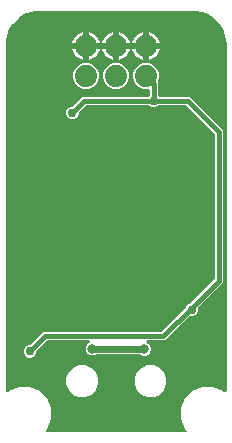
<source format=gbr>
G04 EAGLE Gerber RS-274X export*
G75*
%MOMM*%
%FSLAX34Y34*%
%LPD*%
%INBottom Copper*%
%IPPOS*%
%AMOC8*
5,1,8,0,0,1.08239X$1,22.5*%
G01*
%ADD10C,1.879600*%
%ADD11C,0.756400*%
%ADD12C,0.406400*%
%ADD13C,0.806400*%
%ADD14C,0.609600*%

G36*
X162615Y11035D02*
X162615Y11035D01*
X162753Y11048D01*
X162772Y11055D01*
X162792Y11057D01*
X162922Y11108D01*
X163053Y11155D01*
X163069Y11167D01*
X163088Y11174D01*
X163200Y11256D01*
X163316Y11334D01*
X163329Y11349D01*
X163346Y11361D01*
X163434Y11468D01*
X163526Y11572D01*
X163535Y11590D01*
X163548Y11606D01*
X163608Y11732D01*
X163671Y11856D01*
X163675Y11875D01*
X163684Y11894D01*
X163710Y12030D01*
X163740Y12166D01*
X163740Y12186D01*
X163744Y12206D01*
X163735Y12344D01*
X163731Y12484D01*
X163725Y12503D01*
X163724Y12523D01*
X163681Y12655D01*
X163642Y12789D01*
X163632Y12807D01*
X163626Y12826D01*
X163551Y12944D01*
X163481Y13063D01*
X163462Y13084D01*
X163456Y13095D01*
X163441Y13109D01*
X163374Y13184D01*
X162308Y14250D01*
X158858Y22579D01*
X158858Y31594D01*
X162308Y39923D01*
X168683Y46297D01*
X177011Y49747D01*
X186027Y49747D01*
X194355Y46297D01*
X195422Y45231D01*
X195531Y45146D01*
X195638Y45057D01*
X195657Y45049D01*
X195673Y45036D01*
X195800Y44981D01*
X195926Y44922D01*
X195946Y44918D01*
X195965Y44910D01*
X196103Y44888D01*
X196239Y44862D01*
X196259Y44863D01*
X196279Y44860D01*
X196418Y44873D01*
X196556Y44882D01*
X196575Y44888D01*
X196595Y44890D01*
X196727Y44937D01*
X196858Y44980D01*
X196876Y44991D01*
X196895Y44997D01*
X197010Y45076D01*
X197127Y45150D01*
X197141Y45165D01*
X197158Y45176D01*
X197250Y45280D01*
X197345Y45382D01*
X197355Y45399D01*
X197368Y45414D01*
X197431Y45538D01*
X197499Y45660D01*
X197504Y45680D01*
X197513Y45698D01*
X197543Y45834D01*
X197578Y45968D01*
X197580Y45996D01*
X197583Y46008D01*
X197582Y46028D01*
X197588Y46129D01*
X197588Y339587D01*
X197586Y339607D01*
X197586Y339670D01*
X197352Y343233D01*
X197344Y343276D01*
X197343Y343321D01*
X197311Y343478D01*
X195467Y350362D01*
X195435Y350442D01*
X195412Y350524D01*
X195351Y350647D01*
X195347Y350657D01*
X195344Y350660D01*
X195340Y350668D01*
X191777Y356840D01*
X191725Y356909D01*
X191681Y356982D01*
X191591Y357085D01*
X191585Y357094D01*
X191581Y357096D01*
X191575Y357103D01*
X186536Y362143D01*
X186468Y362195D01*
X186407Y362255D01*
X186293Y362331D01*
X186284Y362338D01*
X186280Y362339D01*
X186273Y362344D01*
X180101Y365908D01*
X180022Y365941D01*
X179947Y365983D01*
X179818Y366027D01*
X179808Y366031D01*
X179803Y366032D01*
X179795Y366035D01*
X172911Y367879D01*
X172867Y367885D01*
X172825Y367899D01*
X172665Y367920D01*
X169102Y368153D01*
X169081Y368152D01*
X169019Y368156D01*
X39019Y368156D01*
X38998Y368153D01*
X38936Y368153D01*
X35373Y367920D01*
X35329Y367911D01*
X35285Y367911D01*
X35127Y367879D01*
X28243Y366035D01*
X28164Y366002D01*
X28081Y365979D01*
X27959Y365918D01*
X27949Y365914D01*
X27945Y365912D01*
X27937Y365908D01*
X21765Y362344D01*
X21697Y362293D01*
X21623Y362249D01*
X21520Y362158D01*
X21512Y362152D01*
X21509Y362149D01*
X21502Y362143D01*
X16463Y357103D01*
X16410Y357036D01*
X16350Y356974D01*
X16275Y356861D01*
X16268Y356852D01*
X16266Y356848D01*
X16261Y356840D01*
X12698Y350668D01*
X12665Y350590D01*
X12623Y350515D01*
X12579Y350385D01*
X12575Y350375D01*
X12574Y350371D01*
X12571Y350362D01*
X10727Y343478D01*
X10721Y343435D01*
X10707Y343393D01*
X10686Y343233D01*
X10452Y339670D01*
X10454Y339649D01*
X10450Y339587D01*
X10450Y46129D01*
X10467Y45991D01*
X10480Y45852D01*
X10487Y45833D01*
X10490Y45813D01*
X10541Y45684D01*
X10588Y45553D01*
X10599Y45536D01*
X10607Y45517D01*
X10688Y45405D01*
X10766Y45290D01*
X10782Y45277D01*
X10793Y45260D01*
X10901Y45171D01*
X11005Y45079D01*
X11023Y45070D01*
X11038Y45057D01*
X11164Y44998D01*
X11288Y44935D01*
X11308Y44930D01*
X11326Y44922D01*
X11463Y44896D01*
X11598Y44865D01*
X11619Y44866D01*
X11639Y44862D01*
X11777Y44871D01*
X11916Y44875D01*
X11936Y44880D01*
X11956Y44882D01*
X12088Y44924D01*
X12222Y44963D01*
X12239Y44974D01*
X12258Y44980D01*
X12376Y45054D01*
X12496Y45125D01*
X12517Y45143D01*
X12527Y45150D01*
X12541Y45165D01*
X12617Y45231D01*
X13683Y46297D01*
X22011Y49747D01*
X31027Y49747D01*
X39355Y46297D01*
X45730Y39923D01*
X49180Y31594D01*
X49180Y22579D01*
X45730Y14250D01*
X44664Y13184D01*
X44579Y13075D01*
X44490Y12967D01*
X44481Y12949D01*
X44469Y12933D01*
X44413Y12805D01*
X44354Y12679D01*
X44350Y12660D01*
X44342Y12641D01*
X44320Y12503D01*
X44294Y12367D01*
X44296Y12347D01*
X44292Y12327D01*
X44306Y12188D01*
X44314Y12050D01*
X44320Y12030D01*
X44322Y12010D01*
X44369Y11879D01*
X44412Y11747D01*
X44423Y11730D01*
X44430Y11711D01*
X44508Y11596D01*
X44582Y11478D01*
X44597Y11465D01*
X44608Y11448D01*
X44713Y11356D01*
X44814Y11261D01*
X44832Y11251D01*
X44847Y11237D01*
X44971Y11174D01*
X45092Y11107D01*
X45112Y11102D01*
X45130Y11093D01*
X45266Y11062D01*
X45400Y11028D01*
X45428Y11026D01*
X45440Y11023D01*
X45461Y11024D01*
X45561Y11017D01*
X162477Y11017D01*
X162615Y11035D01*
G37*
%LPC*%
G36*
X29963Y74280D02*
X29963Y74280D01*
X28013Y75088D01*
X26520Y76581D01*
X25712Y78531D01*
X25712Y80642D01*
X26520Y82593D01*
X28013Y84085D01*
X29963Y84893D01*
X30770Y84893D01*
X30868Y84906D01*
X30967Y84909D01*
X31025Y84926D01*
X31086Y84933D01*
X31178Y84970D01*
X31273Y84997D01*
X31325Y85028D01*
X31381Y85050D01*
X31461Y85108D01*
X31547Y85159D01*
X31622Y85225D01*
X31639Y85237D01*
X31646Y85246D01*
X31668Y85265D01*
X42546Y96143D01*
X142020Y96143D01*
X142118Y96156D01*
X142217Y96159D01*
X142275Y96176D01*
X142336Y96183D01*
X142428Y96220D01*
X142523Y96247D01*
X142575Y96278D01*
X142631Y96300D01*
X142711Y96358D01*
X142797Y96409D01*
X142872Y96475D01*
X142889Y96487D01*
X142896Y96496D01*
X142918Y96515D01*
X162652Y116250D01*
X162658Y116257D01*
X162665Y116263D01*
X162755Y116383D01*
X162847Y116501D01*
X162851Y116510D01*
X162857Y116517D01*
X162927Y116662D01*
X163520Y118093D01*
X165013Y119585D01*
X166444Y120178D01*
X166452Y120183D01*
X166461Y120185D01*
X166590Y120261D01*
X166720Y120336D01*
X166727Y120342D01*
X166735Y120347D01*
X166856Y120453D01*
X187091Y140688D01*
X187151Y140766D01*
X187219Y140838D01*
X187248Y140891D01*
X187285Y140939D01*
X187325Y141030D01*
X187373Y141117D01*
X187388Y141176D01*
X187412Y141231D01*
X187427Y141329D01*
X187452Y141425D01*
X187458Y141525D01*
X187462Y141545D01*
X187461Y141558D01*
X187462Y141586D01*
X187462Y263588D01*
X187450Y263686D01*
X187447Y263785D01*
X187430Y263843D01*
X187422Y263903D01*
X187386Y263995D01*
X187358Y264090D01*
X187333Y264134D01*
X187332Y264137D01*
X187327Y264145D01*
X187305Y264199D01*
X187247Y264279D01*
X187197Y264364D01*
X187165Y264401D01*
X187161Y264406D01*
X187154Y264413D01*
X187131Y264440D01*
X187119Y264456D01*
X187109Y264464D01*
X187091Y264485D01*
X163918Y287658D01*
X163839Y287719D01*
X163767Y287787D01*
X163714Y287816D01*
X163666Y287853D01*
X163575Y287892D01*
X163489Y287940D01*
X163430Y287955D01*
X163374Y287979D01*
X163276Y287995D01*
X163181Y288020D01*
X163081Y288026D01*
X163060Y288029D01*
X163048Y288028D01*
X163020Y288030D01*
X140493Y288030D01*
X140395Y288017D01*
X140296Y288014D01*
X140237Y287998D01*
X140177Y287990D01*
X140085Y287954D01*
X139990Y287926D01*
X139938Y287895D01*
X139882Y287873D01*
X139802Y287815D01*
X139716Y287765D01*
X139641Y287698D01*
X139624Y287686D01*
X139617Y287677D01*
X139595Y287658D01*
X139025Y287088D01*
X137075Y286280D01*
X134963Y286280D01*
X133013Y287088D01*
X132443Y287658D01*
X132364Y287719D01*
X132292Y287787D01*
X132239Y287816D01*
X132191Y287853D01*
X132100Y287892D01*
X132014Y287940D01*
X131955Y287955D01*
X131900Y287979D01*
X131802Y287995D01*
X131706Y288020D01*
X131606Y288026D01*
X131585Y288029D01*
X131573Y288028D01*
X131545Y288030D01*
X79018Y288030D01*
X78920Y288017D01*
X78821Y288014D01*
X78763Y287998D01*
X78702Y287990D01*
X78610Y287954D01*
X78515Y287926D01*
X78463Y287895D01*
X78407Y287873D01*
X78327Y287815D01*
X78241Y287765D01*
X78166Y287698D01*
X78149Y287686D01*
X78142Y287677D01*
X78121Y287658D01*
X72698Y282235D01*
X72637Y282157D01*
X72569Y282085D01*
X72540Y282032D01*
X72503Y281984D01*
X72463Y281893D01*
X72415Y281806D01*
X72400Y281748D01*
X72376Y281692D01*
X72361Y281594D01*
X72336Y281498D01*
X72330Y281398D01*
X72326Y281378D01*
X72328Y281366D01*
X72326Y281338D01*
X72326Y280531D01*
X71518Y278581D01*
X70025Y277088D01*
X68075Y276280D01*
X65963Y276280D01*
X64013Y277088D01*
X62520Y278581D01*
X61712Y280531D01*
X61712Y282642D01*
X62520Y284593D01*
X64013Y286085D01*
X65963Y286893D01*
X66770Y286893D01*
X66868Y286906D01*
X66967Y286909D01*
X67025Y286926D01*
X67086Y286933D01*
X67178Y286970D01*
X67273Y286997D01*
X67325Y287028D01*
X67381Y287050D01*
X67461Y287108D01*
X67547Y287159D01*
X67622Y287225D01*
X67639Y287237D01*
X67646Y287246D01*
X67668Y287265D01*
X75546Y295143D01*
X131193Y295143D01*
X131311Y295158D01*
X131430Y295166D01*
X131468Y295178D01*
X131509Y295183D01*
X131619Y295227D01*
X131732Y295264D01*
X131767Y295285D01*
X131804Y295300D01*
X131901Y295370D01*
X132001Y295434D01*
X132029Y295463D01*
X132062Y295487D01*
X132138Y295579D01*
X132219Y295665D01*
X132239Y295701D01*
X132264Y295732D01*
X132315Y295840D01*
X132373Y295944D01*
X132383Y295983D01*
X132400Y296020D01*
X132422Y296137D01*
X132452Y296252D01*
X132456Y296312D01*
X132460Y296332D01*
X132458Y296352D01*
X132462Y296413D01*
X132462Y300695D01*
X132447Y300813D01*
X132440Y300932D01*
X132428Y300970D01*
X132422Y301010D01*
X132379Y301121D01*
X132342Y301234D01*
X132320Y301268D01*
X132305Y301306D01*
X132236Y301402D01*
X132172Y301503D01*
X132142Y301530D01*
X132119Y301563D01*
X132027Y301639D01*
X131940Y301721D01*
X131905Y301740D01*
X131874Y301766D01*
X131766Y301817D01*
X131662Y301874D01*
X131622Y301884D01*
X131586Y301902D01*
X131469Y301924D01*
X131354Y301954D01*
X131294Y301957D01*
X131274Y301961D01*
X131253Y301960D01*
X131193Y301964D01*
X127246Y301964D01*
X123232Y303627D01*
X120159Y306699D01*
X118496Y310714D01*
X118496Y315059D01*
X120159Y319074D01*
X123232Y322146D01*
X127246Y323809D01*
X131592Y323809D01*
X135606Y322146D01*
X138679Y319074D01*
X140342Y315059D01*
X140342Y310714D01*
X139577Y308867D01*
X139569Y308838D01*
X139555Y308812D01*
X139527Y308685D01*
X139493Y308560D01*
X139492Y308531D01*
X139486Y308502D01*
X139490Y308372D01*
X139488Y308242D01*
X139495Y308213D01*
X139496Y308184D01*
X139532Y308059D01*
X139562Y307933D01*
X139576Y307907D01*
X139576Y296413D01*
X139591Y296294D01*
X139598Y296176D01*
X139611Y296137D01*
X139616Y296097D01*
X139659Y295986D01*
X139696Y295873D01*
X139718Y295839D01*
X139733Y295801D01*
X139803Y295705D01*
X139866Y295604D01*
X139896Y295577D01*
X139919Y295544D01*
X140011Y295468D01*
X140098Y295387D01*
X140133Y295367D01*
X140164Y295341D01*
X140272Y295290D01*
X140376Y295233D01*
X140416Y295223D01*
X140452Y295206D01*
X140569Y295183D01*
X140684Y295154D01*
X140745Y295150D01*
X140765Y295146D01*
X140785Y295147D01*
X140845Y295143D01*
X166492Y295143D01*
X194576Y267060D01*
X194576Y138113D01*
X173698Y117235D01*
X173637Y117157D01*
X173569Y117085D01*
X173540Y117032D01*
X173503Y116984D01*
X173463Y116893D01*
X173415Y116806D01*
X173400Y116748D01*
X173376Y116692D01*
X173361Y116594D01*
X173336Y116498D01*
X173330Y116398D01*
X173326Y116378D01*
X173328Y116366D01*
X173326Y116338D01*
X173326Y114031D01*
X172518Y112081D01*
X171025Y110588D01*
X169075Y109780D01*
X166768Y109780D01*
X166670Y109767D01*
X166571Y109764D01*
X166513Y109748D01*
X166452Y109740D01*
X166360Y109704D01*
X166265Y109676D01*
X166213Y109645D01*
X166157Y109623D01*
X166077Y109565D01*
X165991Y109515D01*
X165916Y109448D01*
X165899Y109436D01*
X165892Y109427D01*
X165871Y109408D01*
X145492Y89030D01*
X130951Y89030D01*
X130882Y89021D01*
X130812Y89022D01*
X130724Y89001D01*
X130635Y88990D01*
X130570Y88964D01*
X130502Y88948D01*
X130423Y88906D01*
X130340Y88873D01*
X130283Y88832D01*
X130221Y88799D01*
X130155Y88739D01*
X130082Y88686D01*
X130038Y88632D01*
X129986Y88585D01*
X129937Y88510D01*
X129879Y88441D01*
X129850Y88378D01*
X129811Y88320D01*
X129782Y88235D01*
X129744Y88153D01*
X129731Y88085D01*
X129708Y88019D01*
X129701Y87929D01*
X129684Y87841D01*
X129688Y87771D01*
X129683Y87702D01*
X129698Y87613D01*
X129704Y87524D01*
X129725Y87457D01*
X129737Y87389D01*
X129774Y87307D01*
X129802Y87221D01*
X129839Y87162D01*
X129868Y87099D01*
X129924Y87028D01*
X129972Y86952D01*
X130023Y86905D01*
X130066Y86850D01*
X130138Y86796D01*
X130204Y86735D01*
X130265Y86701D01*
X130321Y86659D01*
X130465Y86588D01*
X131167Y86297D01*
X132730Y84734D01*
X133576Y82692D01*
X133576Y80481D01*
X132730Y78439D01*
X131167Y76876D01*
X129124Y76030D01*
X126914Y76030D01*
X124771Y76917D01*
X124762Y76920D01*
X124754Y76924D01*
X124609Y76962D01*
X124465Y77001D01*
X124455Y77001D01*
X124446Y77004D01*
X124286Y77014D01*
X87070Y77014D01*
X87060Y77013D01*
X87051Y77014D01*
X86902Y76993D01*
X86754Y76974D01*
X86745Y76971D01*
X86736Y76969D01*
X86584Y76917D01*
X84924Y76230D01*
X82714Y76230D01*
X80671Y77076D01*
X79108Y78639D01*
X78262Y80681D01*
X78262Y82892D01*
X79108Y84934D01*
X80671Y86497D01*
X80890Y86588D01*
X80951Y86623D01*
X81016Y86648D01*
X81088Y86701D01*
X81166Y86746D01*
X81216Y86794D01*
X81273Y86835D01*
X81330Y86904D01*
X81395Y86967D01*
X81431Y87026D01*
X81476Y87080D01*
X81514Y87161D01*
X81561Y87238D01*
X81582Y87305D01*
X81611Y87368D01*
X81628Y87456D01*
X81655Y87542D01*
X81658Y87612D01*
X81671Y87680D01*
X81666Y87770D01*
X81670Y87859D01*
X81656Y87928D01*
X81651Y87998D01*
X81624Y88083D01*
X81606Y88171D01*
X81575Y88234D01*
X81553Y88300D01*
X81505Y88376D01*
X81466Y88457D01*
X81421Y88510D01*
X81383Y88569D01*
X81318Y88630D01*
X81260Y88699D01*
X81202Y88739D01*
X81152Y88787D01*
X81073Y88830D01*
X80999Y88882D01*
X80934Y88906D01*
X80873Y88940D01*
X80786Y88963D01*
X80702Y88994D01*
X80633Y89002D01*
X80565Y89020D01*
X80404Y89030D01*
X46018Y89030D01*
X45920Y89017D01*
X45821Y89014D01*
X45763Y88998D01*
X45702Y88990D01*
X45610Y88954D01*
X45515Y88926D01*
X45463Y88895D01*
X45407Y88873D01*
X45327Y88815D01*
X45241Y88765D01*
X45166Y88698D01*
X45149Y88686D01*
X45142Y88677D01*
X45121Y88658D01*
X36698Y80235D01*
X36637Y80157D01*
X36569Y80085D01*
X36540Y80032D01*
X36503Y79984D01*
X36463Y79893D01*
X36415Y79806D01*
X36400Y79748D01*
X36376Y79692D01*
X36361Y79594D01*
X36336Y79498D01*
X36330Y79398D01*
X36326Y79378D01*
X36328Y79366D01*
X36326Y79338D01*
X36326Y78531D01*
X35518Y76581D01*
X34025Y75088D01*
X32075Y74280D01*
X29963Y74280D01*
G37*
%LPD*%
%LPC*%
G36*
X130551Y41026D02*
X130551Y41026D01*
X125622Y43068D01*
X121850Y46840D01*
X119808Y51769D01*
X119808Y57104D01*
X121850Y62033D01*
X125622Y65806D01*
X130551Y67847D01*
X135887Y67847D01*
X140816Y65806D01*
X144588Y62033D01*
X146630Y57104D01*
X146630Y51769D01*
X144588Y46840D01*
X140816Y43068D01*
X135887Y41026D01*
X130551Y41026D01*
G37*
%LPD*%
%LPC*%
G36*
X72751Y41026D02*
X72751Y41026D01*
X67822Y43068D01*
X64050Y46840D01*
X62008Y51769D01*
X62008Y57104D01*
X64050Y62033D01*
X67822Y65806D01*
X72751Y67847D01*
X78087Y67847D01*
X83016Y65806D01*
X86788Y62033D01*
X88830Y57104D01*
X88830Y51769D01*
X86788Y46840D01*
X83016Y43068D01*
X78087Y41026D01*
X72751Y41026D01*
G37*
%LPD*%
%LPC*%
G36*
X101846Y301964D02*
X101846Y301964D01*
X97832Y303627D01*
X94759Y306699D01*
X93096Y310714D01*
X93096Y315059D01*
X94759Y319074D01*
X97832Y322146D01*
X101846Y323809D01*
X106192Y323809D01*
X110206Y322146D01*
X113279Y319074D01*
X114942Y315059D01*
X114942Y310714D01*
X113279Y306699D01*
X110206Y303627D01*
X106192Y301964D01*
X101846Y301964D01*
G37*
%LPD*%
%LPC*%
G36*
X76446Y301964D02*
X76446Y301964D01*
X72432Y303627D01*
X69359Y306699D01*
X67696Y310714D01*
X67696Y315059D01*
X69359Y319074D01*
X72432Y322146D01*
X76446Y323809D01*
X80792Y323809D01*
X84806Y322146D01*
X87879Y319074D01*
X89542Y315059D01*
X89542Y310714D01*
X87879Y306699D01*
X84806Y303627D01*
X80792Y301964D01*
X76446Y301964D01*
G37*
%LPD*%
%LPC*%
G36*
X106558Y340826D02*
X106558Y340826D01*
X106558Y349972D01*
X106815Y349931D01*
X108602Y349351D01*
X110276Y348498D01*
X111797Y347393D01*
X113125Y346064D01*
X114230Y344544D01*
X115083Y342869D01*
X115512Y341550D01*
X115546Y341478D01*
X115570Y341402D01*
X115613Y341334D01*
X115647Y341262D01*
X115698Y341201D01*
X115741Y341133D01*
X115799Y341079D01*
X115850Y341017D01*
X115914Y340970D01*
X115972Y340916D01*
X116042Y340877D01*
X116107Y340830D01*
X116118Y340826D01*
X106558Y340826D01*
G37*
%LPD*%
%LPC*%
G36*
X81158Y340826D02*
X81158Y340826D01*
X81158Y349972D01*
X81415Y349931D01*
X83202Y349351D01*
X84876Y348498D01*
X86397Y347393D01*
X87725Y346064D01*
X88830Y344544D01*
X89683Y342869D01*
X90112Y341550D01*
X90146Y341478D01*
X90170Y341402D01*
X90213Y341334D01*
X90247Y341262D01*
X90298Y341201D01*
X90341Y341133D01*
X90399Y341079D01*
X90450Y341017D01*
X90514Y340970D01*
X90572Y340915D01*
X90643Y340877D01*
X90707Y340830D01*
X90718Y340826D01*
X81158Y340826D01*
G37*
%LPD*%
%LPC*%
G36*
X126623Y326642D02*
X126623Y326642D01*
X124836Y327223D01*
X123162Y328076D01*
X121641Y329180D01*
X120313Y330509D01*
X119208Y332029D01*
X118355Y333704D01*
X117926Y335023D01*
X117892Y335095D01*
X117868Y335171D01*
X117825Y335239D01*
X117791Y335311D01*
X117740Y335373D01*
X117697Y335440D01*
X117639Y335495D01*
X117588Y335556D01*
X117524Y335603D01*
X117466Y335658D01*
X117396Y335696D01*
X117331Y335743D01*
X117321Y335747D01*
X126880Y335747D01*
X126880Y326601D01*
X126623Y326642D01*
G37*
%LPD*%
%LPC*%
G36*
X101223Y326642D02*
X101223Y326642D01*
X99436Y327223D01*
X97762Y328076D01*
X96241Y329180D01*
X94913Y330509D01*
X93808Y332029D01*
X92955Y333704D01*
X92526Y335023D01*
X92492Y335095D01*
X92468Y335171D01*
X92425Y335239D01*
X92391Y335311D01*
X92340Y335373D01*
X92297Y335440D01*
X92239Y335495D01*
X92188Y335556D01*
X92124Y335603D01*
X92066Y335658D01*
X91996Y335696D01*
X91931Y335743D01*
X91921Y335747D01*
X101480Y335747D01*
X101480Y326601D01*
X101223Y326642D01*
G37*
%LPD*%
%LPC*%
G36*
X117321Y340826D02*
X117321Y340826D01*
X117330Y340829D01*
X117394Y340876D01*
X117464Y340914D01*
X117522Y340969D01*
X117587Y341016D01*
X117638Y341077D01*
X117696Y341132D01*
X117739Y341199D01*
X117790Y341261D01*
X117824Y341333D01*
X117867Y341400D01*
X117925Y341547D01*
X117926Y341548D01*
X117926Y341549D01*
X117926Y341550D01*
X118355Y342870D01*
X119208Y344544D01*
X120313Y346064D01*
X121641Y347393D01*
X123162Y348498D01*
X124836Y349351D01*
X126623Y349931D01*
X126880Y349972D01*
X126880Y340826D01*
X117321Y340826D01*
G37*
%LPD*%
%LPC*%
G36*
X91921Y340826D02*
X91921Y340826D01*
X91930Y340829D01*
X91994Y340876D01*
X92064Y340914D01*
X92122Y340969D01*
X92187Y341016D01*
X92238Y341077D01*
X92296Y341132D01*
X92339Y341199D01*
X92390Y341261D01*
X92424Y341333D01*
X92467Y341400D01*
X92525Y341547D01*
X92526Y341548D01*
X92526Y341549D01*
X92526Y341550D01*
X92955Y342870D01*
X93808Y344544D01*
X94913Y346064D01*
X96241Y347393D01*
X97762Y348498D01*
X99436Y349351D01*
X101223Y349931D01*
X101480Y349972D01*
X101480Y340826D01*
X91921Y340826D01*
G37*
%LPD*%
%LPC*%
G36*
X81158Y335747D02*
X81158Y335747D01*
X90717Y335747D01*
X90708Y335744D01*
X90644Y335697D01*
X90574Y335659D01*
X90516Y335604D01*
X90451Y335557D01*
X90400Y335496D01*
X90342Y335441D01*
X90299Y335374D01*
X90248Y335312D01*
X90214Y335240D01*
X90171Y335173D01*
X90113Y335026D01*
X90112Y335025D01*
X90112Y335024D01*
X90112Y335023D01*
X89683Y333704D01*
X88830Y332029D01*
X87725Y330509D01*
X86397Y329180D01*
X84876Y328076D01*
X83202Y327223D01*
X81415Y326642D01*
X81158Y326601D01*
X81158Y335747D01*
G37*
%LPD*%
%LPC*%
G36*
X106558Y335747D02*
X106558Y335747D01*
X116117Y335747D01*
X116108Y335744D01*
X116044Y335697D01*
X115974Y335659D01*
X115916Y335604D01*
X115851Y335557D01*
X115800Y335496D01*
X115742Y335441D01*
X115699Y335374D01*
X115648Y335312D01*
X115614Y335240D01*
X115571Y335173D01*
X115513Y335026D01*
X115512Y335025D01*
X115512Y335024D01*
X115512Y335023D01*
X115083Y333704D01*
X114230Y332029D01*
X113125Y330509D01*
X111797Y329180D01*
X110276Y328076D01*
X108602Y327223D01*
X106815Y326642D01*
X106558Y326601D01*
X106558Y335747D01*
G37*
%LPD*%
%LPC*%
G36*
X131958Y340826D02*
X131958Y340826D01*
X131958Y349972D01*
X132215Y349931D01*
X134002Y349351D01*
X135676Y348498D01*
X137197Y347393D01*
X138525Y346064D01*
X139630Y344544D01*
X140483Y342870D01*
X141064Y341082D01*
X141104Y340826D01*
X131958Y340826D01*
G37*
%LPD*%
%LPC*%
G36*
X66934Y340826D02*
X66934Y340826D01*
X66974Y341082D01*
X67555Y342870D01*
X68408Y344544D01*
X69513Y346064D01*
X70841Y347393D01*
X72362Y348498D01*
X74036Y349351D01*
X75823Y349931D01*
X76080Y349972D01*
X76080Y340826D01*
X66934Y340826D01*
G37*
%LPD*%
%LPC*%
G36*
X131958Y335747D02*
X131958Y335747D01*
X141104Y335747D01*
X141064Y335491D01*
X140483Y333704D01*
X139630Y332029D01*
X138525Y330509D01*
X137197Y329180D01*
X135676Y328076D01*
X134002Y327223D01*
X132215Y326642D01*
X131958Y326601D01*
X131958Y335747D01*
G37*
%LPD*%
%LPC*%
G36*
X75823Y326642D02*
X75823Y326642D01*
X74036Y327223D01*
X72362Y328076D01*
X70841Y329180D01*
X69513Y330509D01*
X68408Y332029D01*
X67555Y333704D01*
X66974Y335491D01*
X66934Y335747D01*
X76080Y335747D01*
X76080Y326601D01*
X75823Y326642D01*
G37*
%LPD*%
%LPC*%
G36*
X129418Y338286D02*
X129418Y338286D01*
X129418Y338287D01*
X129420Y338287D01*
X129420Y338286D01*
X129418Y338286D01*
G37*
%LPD*%
%LPC*%
G36*
X104018Y338286D02*
X104018Y338286D01*
X104018Y338287D01*
X104020Y338287D01*
X104020Y338286D01*
X104018Y338286D01*
G37*
%LPD*%
%LPC*%
G36*
X78618Y338286D02*
X78618Y338286D01*
X78618Y338287D01*
X78620Y338287D01*
X78620Y338286D01*
X78618Y338286D01*
G37*
%LPD*%
D10*
X78619Y312887D03*
X78619Y338287D03*
X104019Y312887D03*
X104019Y338287D03*
X129419Y312887D03*
X129419Y338287D03*
D11*
X31019Y79587D03*
D12*
X44019Y92587D01*
X144019Y92587D01*
X168019Y116587D01*
X168019Y115087D01*
D11*
X168019Y115087D03*
X67019Y281587D03*
D12*
X77019Y291587D01*
X165019Y291587D02*
X191019Y265587D01*
X191019Y139587D01*
X168019Y116587D01*
X136019Y291587D02*
X77019Y291587D01*
X136019Y291587D02*
X165019Y291587D01*
D11*
X136019Y291587D03*
D12*
X136019Y306287D02*
X129419Y312887D01*
X136019Y306287D02*
X136019Y291587D01*
D13*
X128019Y81587D03*
D14*
X84019Y81587D01*
X83819Y81787D01*
D13*
X83819Y81787D03*
M02*

</source>
